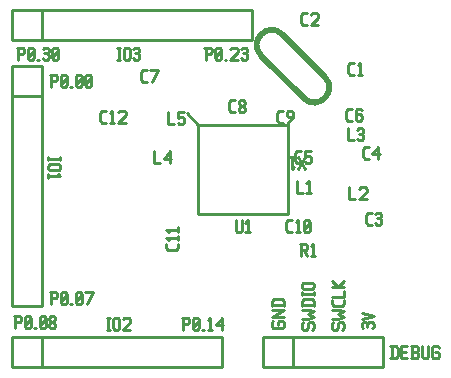
<source format=gbr>
G04 start of page 8 for group -4079 idx -4079 *
G04 Title: nRF51x22 Breakout, topsilk *
G04 Creator: pcb 1.99z *
G04 CreationDate: Mon 01 Apr 2013 08:26:13 PM GMT UTC *
G04 For: nock *
G04 Format: Gerber/RS-274X *
G04 PCB-Dimensions (mil): 1500.00 1200.00 *
G04 PCB-Coordinate-Origin: lower left *
%MOIN*%
%FSLAX25Y25*%
%LNTOPSILK*%
%ADD42C,0.0200*%
%ADD41C,0.0100*%
G54D41*X13500Y25500D02*Y21500D01*
X13000Y25500D02*X15000D01*
X15500Y25000D01*
Y24000D01*
X15000Y23500D02*X15500Y24000D01*
X13500Y23500D02*X15000D01*
X16700Y22000D02*X17200Y21500D01*
X16700Y25000D02*Y22000D01*
Y25000D02*X17200Y25500D01*
X18200D01*
X18700Y25000D01*
Y22000D01*
X18200Y21500D02*X18700Y22000D01*
X17200Y21500D02*X18200D01*
X16700Y22500D02*X18700Y24500D01*
X19900Y21500D02*X20400D01*
X21600Y22000D02*X22100Y21500D01*
X21600Y25000D02*Y22000D01*
Y25000D02*X22100Y25500D01*
X23100D01*
X23600Y25000D01*
Y22000D01*
X23100Y21500D02*X23600Y22000D01*
X22100Y21500D02*X23100D01*
X21600Y22500D02*X23600Y24500D01*
X25300Y21500D02*X27300Y25500D01*
X24800D02*X27300D01*
X1500Y17500D02*Y13500D01*
X1000Y17500D02*X3000D01*
X3500Y17000D01*
Y16000D01*
X3000Y15500D02*X3500Y16000D01*
X1500Y15500D02*X3000D01*
X4700Y14000D02*X5200Y13500D01*
X4700Y17000D02*Y14000D01*
Y17000D02*X5200Y17500D01*
X6200D01*
X6700Y17000D01*
Y14000D01*
X6200Y13500D02*X6700Y14000D01*
X5200Y13500D02*X6200D01*
X4700Y14500D02*X6700Y16500D01*
X7900Y13500D02*X8400D01*
X9600Y14000D02*X10100Y13500D01*
X9600Y17000D02*Y14000D01*
Y17000D02*X10100Y17500D01*
X11100D01*
X11600Y17000D01*
Y14000D01*
X11100Y13500D02*X11600Y14000D01*
X10100Y13500D02*X11100D01*
X9600Y14500D02*X11600Y16500D01*
X12800Y14000D02*X13300Y13500D01*
X12800Y14800D02*Y14000D01*
Y14800D02*X13500Y15500D01*
X14100D01*
X14800Y14800D01*
Y14000D01*
X14300Y13500D02*X14800Y14000D01*
X13300Y13500D02*X14300D01*
X12800Y16200D02*X13500Y15500D01*
X12800Y17000D02*Y16200D01*
Y17000D02*X13300Y17500D01*
X14300D01*
X14800Y17000D01*
Y16200D01*
X14100Y15500D02*X14800Y16200D01*
X57500Y17000D02*Y13000D01*
X57000Y17000D02*X59000D01*
X59500Y16500D01*
Y15500D01*
X59000Y15000D02*X59500Y15500D01*
X57500Y15000D02*X59000D01*
X60700Y13500D02*X61200Y13000D01*
X60700Y16500D02*Y13500D01*
Y16500D02*X61200Y17000D01*
X62200D01*
X62700Y16500D01*
Y13500D01*
X62200Y13000D02*X62700Y13500D01*
X61200Y13000D02*X62200D01*
X60700Y14000D02*X62700Y16000D01*
X63900Y13000D02*X64400D01*
X65600Y16200D02*X66400Y17000D01*
Y13000D01*
X65600D02*X67100D01*
X68300Y14500D02*X70300Y17000D01*
X68300Y14500D02*X70800D01*
X70300Y17000D02*Y13000D01*
X117500Y13500D02*X117000Y14000D01*
Y15000D02*Y14000D01*
Y15000D02*X117500Y15500D01*
X121000Y15000D02*X120500Y15500D01*
X121000Y15000D02*Y14000D01*
X120500Y13500D02*X121000Y14000D01*
X118800Y15000D02*Y14000D01*
X117500Y15500D02*X118300D01*
X119300D02*X120500D01*
X119300D02*X118800Y15000D01*
X118300Y15500D02*X118800Y15000D01*
X117000Y16700D02*X121000Y17700D01*
X117000Y18700D01*
X87000Y15500D02*X87500Y16000D01*
X87000Y15500D02*Y14000D01*
X87500Y13500D02*X87000Y14000D01*
X87500Y13500D02*X90500D01*
X91000Y14000D01*
Y15500D02*Y14000D01*
Y15500D02*X90500Y16000D01*
X89500D02*X90500D01*
X89000Y15500D02*X89500Y16000D01*
X89000Y15500D02*Y14500D01*
X87000Y17200D02*X91000D01*
X87000D02*X91000Y19700D01*
X87000D02*X91000D01*
X87000Y21400D02*X91000D01*
X87000Y22700D02*X87700Y23400D01*
X90300D01*
X91000Y22700D02*X90300Y23400D01*
X91000Y22700D02*Y20900D01*
X87000Y22700D02*Y20900D01*
X2500Y107000D02*Y103000D01*
X2000Y107000D02*X4000D01*
X4500Y106500D01*
Y105500D01*
X4000Y105000D02*X4500Y105500D01*
X2500Y105000D02*X4000D01*
X5700Y103500D02*X6200Y103000D01*
X5700Y106500D02*Y103500D01*
Y106500D02*X6200Y107000D01*
X7200D01*
X7700Y106500D01*
Y103500D01*
X7200Y103000D02*X7700Y103500D01*
X6200Y103000D02*X7200D01*
X5700Y104000D02*X7700Y106000D01*
X8900Y103000D02*X9400D01*
X10600Y106500D02*X11100Y107000D01*
X12100D01*
X12600Y106500D01*
X12100Y103000D02*X12600Y103500D01*
X11100Y103000D02*X12100D01*
X10600Y103500D02*X11100Y103000D01*
Y105200D02*X12100D01*
X12600Y106500D02*Y105700D01*
Y104700D02*Y103500D01*
Y104700D02*X12100Y105200D01*
X12600Y105700D02*X12100Y105200D01*
X13800Y103500D02*X14300Y103000D01*
X13800Y106500D02*Y103500D01*
Y106500D02*X14300Y107000D01*
X15300D01*
X15800Y106500D01*
Y103500D01*
X15300Y103000D02*X15800Y103500D01*
X14300Y103000D02*X15300D01*
X13800Y104000D02*X15800Y106000D01*
X65000Y107000D02*Y103000D01*
X64500Y107000D02*X66500D01*
X67000Y106500D01*
Y105500D01*
X66500Y105000D02*X67000Y105500D01*
X65000Y105000D02*X66500D01*
X68200Y103500D02*X68700Y103000D01*
X68200Y106500D02*Y103500D01*
Y106500D02*X68700Y107000D01*
X69700D01*
X70200Y106500D01*
Y103500D01*
X69700Y103000D02*X70200Y103500D01*
X68700Y103000D02*X69700D01*
X68200Y104000D02*X70200Y106000D01*
X71400Y103000D02*X71900D01*
X73100Y106500D02*X73600Y107000D01*
X75100D01*
X75600Y106500D01*
Y105500D01*
X73100Y103000D02*X75600Y105500D01*
X73100Y103000D02*X75600D01*
X76800Y106500D02*X77300Y107000D01*
X78300D01*
X78800Y106500D01*
X78300Y103000D02*X78800Y103500D01*
X77300Y103000D02*X78300D01*
X76800Y103500D02*X77300Y103000D01*
Y105200D02*X78300D01*
X78800Y106500D02*Y105700D01*
Y104700D02*Y103500D01*
Y104700D02*X78300Y105200D01*
X78800Y105700D02*X78300Y105200D01*
X13500Y98000D02*Y94000D01*
X13000Y98000D02*X15000D01*
X15500Y97500D01*
Y96500D01*
X15000Y96000D02*X15500Y96500D01*
X13500Y96000D02*X15000D01*
X16700Y94500D02*X17200Y94000D01*
X16700Y97500D02*Y94500D01*
Y97500D02*X17200Y98000D01*
X18200D01*
X18700Y97500D01*
Y94500D01*
X18200Y94000D02*X18700Y94500D01*
X17200Y94000D02*X18200D01*
X16700Y95000D02*X18700Y97000D01*
X19900Y94000D02*X20400D01*
X21600Y94500D02*X22100Y94000D01*
X21600Y97500D02*Y94500D01*
Y97500D02*X22100Y98000D01*
X23100D01*
X23600Y97500D01*
Y94500D01*
X23100Y94000D02*X23600Y94500D01*
X22100Y94000D02*X23100D01*
X21600Y95000D02*X23600Y97000D01*
X24800Y94500D02*X25300Y94000D01*
X24800Y97500D02*Y94500D01*
Y97500D02*X25300Y98000D01*
X26300D01*
X26800Y97500D01*
Y94500D01*
X26300Y94000D02*X26800Y94500D01*
X25300Y94000D02*X26300D01*
X24800Y95000D02*X26800Y97000D01*
X107000Y15000D02*X107500Y15500D01*
X107000Y15000D02*Y13500D01*
X107500Y13000D02*X107000Y13500D01*
X107500Y13000D02*X108500D01*
X109000Y13500D01*
Y15000D02*Y13500D01*
Y15000D02*X109500Y15500D01*
X110500D01*
X111000Y15000D02*X110500Y15500D01*
X111000Y15000D02*Y13500D01*
X110500Y13000D02*X111000Y13500D01*
X107000Y16700D02*X109000D01*
X111000Y17200D01*
X109000Y18200D01*
X111000Y19200D01*
X109000Y19700D01*
X107000D02*X109000D01*
X111000Y22900D02*Y21600D01*
X110300Y20900D02*X111000Y21600D01*
X107700Y20900D02*X110300D01*
X107700D02*X107000Y21600D01*
Y22900D02*Y21600D01*
Y24100D02*X111000D01*
Y26100D02*Y24100D01*
X107000Y27300D02*X111000D01*
X109000D02*X107000Y29300D01*
X109000Y27300D02*X111000Y29300D01*
X97000Y15000D02*X97500Y15500D01*
X97000Y15000D02*Y13500D01*
X97500Y13000D02*X97000Y13500D01*
X97500Y13000D02*X98500D01*
X99000Y13500D01*
Y15000D02*Y13500D01*
Y15000D02*X99500Y15500D01*
X100500D01*
X101000Y15000D02*X100500Y15500D01*
X101000Y15000D02*Y13500D01*
X100500Y13000D02*X101000Y13500D01*
X97000Y16700D02*X99000D01*
X101000Y17200D01*
X99000Y18200D01*
X101000Y19200D01*
X99000Y19700D01*
X97000D02*X99000D01*
X97000Y21400D02*X101000D01*
X97000Y22700D02*X97700Y23400D01*
X100300D01*
X101000Y22700D02*X100300Y23400D01*
X101000Y22700D02*Y20900D01*
X97000Y22700D02*Y20900D01*
Y25600D02*Y24600D01*
Y25100D02*X101000D01*
Y25600D02*Y24600D01*
X97500Y26800D02*X100500D01*
X97500D02*X97000Y27300D01*
Y28300D02*Y27300D01*
Y28300D02*X97500Y28800D01*
X100500D01*
X101000Y28300D02*X100500Y28800D01*
X101000Y28300D02*Y27300D01*
X100500Y26800D02*X101000Y27300D01*
X500Y109500D02*X80500D01*
Y119500D02*Y109500D01*
X500Y119500D02*X80500D01*
X500D02*Y109500D01*
X10500Y119500D02*Y109500D01*
X500Y119500D02*X10500D01*
G54D42*X97607Y90322D02*X83465Y104465D01*
X90535Y111535D02*X104678Y97393D01*
X90536Y111536D02*G75*G03X83464Y104464I-3536J-3536D01*G01*
X97607Y90322D02*G75*G03X104678Y97393I3536J3536D01*G01*
G54D41*X92461Y51539D02*X62539D01*
Y81461D01*
X92461D01*
Y51539D01*
X62539Y81461D02*X58602Y85398D01*
X500Y500D02*X70500D01*
Y10500D02*Y500D01*
X500Y10500D02*X70500D01*
X500D02*Y500D01*
X10500Y10500D02*Y500D01*
X500Y10500D02*X10500D01*
X84000Y500D02*X124000D01*
Y10500D02*Y500D01*
X84000Y10500D02*X124000D01*
X84000D02*Y500D01*
X94000Y10500D02*Y500D01*
X84000Y10500D02*X94000D01*
X500Y101000D02*Y21000D01*
X10500D01*
Y101000D01*
X500D01*
Y91000D02*X10500D01*
Y101000D01*
X73550Y85650D02*X74850D01*
X72850Y86350D02*X73550Y85650D01*
X72850Y88950D02*Y86350D01*
Y88950D02*X73550Y89650D01*
X74850D01*
X76050Y86150D02*X76550Y85650D01*
X76050Y86950D02*Y86150D01*
Y86950D02*X76750Y87650D01*
X77350D01*
X78050Y86950D01*
Y86150D01*
X77550Y85650D02*X78050Y86150D01*
X76550Y85650D02*X77550D01*
X76050Y88350D02*X76750Y87650D01*
X76050Y89150D02*Y88350D01*
Y89150D02*X76550Y89650D01*
X77550D01*
X78050Y89150D01*
Y88350D01*
X77350Y87650D02*X78050Y88350D01*
X52468Y85650D02*Y81650D01*
X54468D01*
X55668Y85650D02*X57668D01*
X55668D02*Y83650D01*
X56168Y84150D01*
X57168D01*
X57668Y83650D01*
Y82150D01*
X57168Y81650D02*X57668Y82150D01*
X56168Y81650D02*X57168D01*
X55668Y82150D02*X56168Y81650D01*
X47850Y72650D02*Y68650D01*
X49850D01*
X51050Y70150D02*X53050Y72650D01*
X51050Y70150D02*X53550D01*
X53050Y72650D02*Y68650D01*
X96291Y41650D02*X98291D01*
X98791Y41150D01*
Y40150D01*
X98291Y39650D02*X98791Y40150D01*
X96791Y39650D02*X98291D01*
X96791Y41650D02*Y37650D01*
X97591Y39650D02*X98791Y37650D01*
X99991Y40850D02*X100791Y41650D01*
Y37650D01*
X99991D02*X101491D01*
X55850Y41791D02*Y40491D01*
X55150Y39791D02*X55850Y40491D01*
X52550Y39791D02*X55150D01*
X52550D02*X51850Y40491D01*
Y41791D02*Y40491D01*
X52650Y42991D02*X51850Y43791D01*
X55850D01*
Y44491D02*Y42991D01*
X52650Y45691D02*X51850Y46491D01*
X55850D01*
Y47191D02*Y45691D01*
X32000Y17000D02*X33000D01*
X32500D02*Y13000D01*
X32000D02*X33000D01*
X34200Y16500D02*Y13500D01*
Y16500D02*X34700Y17000D01*
X35700D01*
X36200Y16500D01*
Y13500D01*
X35700Y13000D02*X36200Y13500D01*
X34700Y13000D02*X35700D01*
X34200Y13500D02*X34700Y13000D01*
X37400Y16500D02*X37900Y17000D01*
X39400D01*
X39900Y16500D01*
Y15500D01*
X37400Y13000D02*X39900Y15500D01*
X37400Y13000D02*X39900D01*
X44050Y95650D02*X45350D01*
X43350Y96350D02*X44050Y95650D01*
X43350Y98950D02*Y96350D01*
Y98950D02*X44050Y99650D01*
X45350D01*
X47050Y95650D02*X49050Y99650D01*
X46550D02*X49050D01*
X30550Y82150D02*X31850D01*
X29850Y82850D02*X30550Y82150D01*
X29850Y85450D02*Y82850D01*
Y85450D02*X30550Y86150D01*
X31850D01*
X33050Y85350D02*X33850Y86150D01*
Y82150D01*
X33050D02*X34550D01*
X35750Y85650D02*X36250Y86150D01*
X37750D01*
X38250Y85650D01*
Y84650D01*
X35750Y82150D02*X38250Y84650D01*
X35750Y82150D02*X38250D01*
X16500Y70500D02*Y69500D01*
X12500Y70000D02*X16500D01*
X12500Y70500D02*Y69500D01*
X13000Y68300D02*X16000D01*
X16500Y67800D01*
Y66800D01*
X16000Y66300D01*
X13000D02*X16000D01*
X12500Y66800D02*X13000Y66300D01*
X12500Y67800D02*Y66800D01*
X13000Y68300D02*X12500Y67800D01*
X15700Y65100D02*X16500Y64300D01*
X12500D02*X16500D01*
X12500Y65100D02*Y63600D01*
X35500Y107000D02*X36500D01*
X36000D02*Y103000D01*
X35500D02*X36500D01*
X37700Y106500D02*Y103500D01*
Y106500D02*X38200Y107000D01*
X39200D01*
X39700Y106500D01*
Y103500D01*
X39200Y103000D02*X39700Y103500D01*
X38200Y103000D02*X39200D01*
X37700Y103500D02*X38200Y103000D01*
X40900Y106500D02*X41400Y107000D01*
X42400D01*
X42900Y106500D01*
X42400Y103000D02*X42900Y103500D01*
X41400Y103000D02*X42400D01*
X40900Y103500D02*X41400Y103000D01*
Y105200D02*X42400D01*
X42900Y106500D02*Y105700D01*
Y104700D02*Y103500D01*
Y104700D02*X42400Y105200D01*
X42900Y105700D02*X42400Y105200D01*
X98184Y70644D02*X95684Y66644D01*
X98184D02*X95684Y70644D01*
X94484Y67444D02*X93684Y66644D01*
Y70644D02*Y66644D01*
X92984Y70644D02*X94484D01*
X75000Y49500D02*Y46000D01*
X75500Y45500D01*
X76500D01*
X77000Y46000D01*
Y49500D02*Y46000D01*
X78200Y48700D02*X79000Y49500D01*
Y45500D01*
X78200D02*X79700D01*
X89550Y82150D02*X90850D01*
X88850Y82850D02*X89550Y82150D01*
X88850Y85450D02*Y82850D01*
Y85450D02*X89550Y86150D01*
X90850D01*
X92550Y82150D02*X94050Y84150D01*
Y85650D02*Y84150D01*
X93550Y86150D02*X94050Y85650D01*
X92550Y86150D02*X93550D01*
X92050Y85650D02*X92550Y86150D01*
X92050Y85650D02*Y84650D01*
X92550Y84150D01*
X94050D01*
X112550Y82709D02*X113850D01*
X111850Y83409D02*X112550Y82709D01*
X111850Y86009D02*Y83409D01*
Y86009D02*X112550Y86709D01*
X113850D01*
X116550D02*X117050Y86209D01*
X115550Y86709D02*X116550D01*
X115050Y86209D02*X115550Y86709D01*
X115050Y86209D02*Y83209D01*
X115550Y82709D01*
X116550Y84909D02*X117050Y84409D01*
X115050Y84909D02*X116550D01*
X115550Y82709D02*X116550D01*
X117050Y83209D01*
Y84409D02*Y83209D01*
X112350Y80209D02*Y76209D01*
X114350D01*
X115550Y79709D02*X116050Y80209D01*
X117050D01*
X117550Y79709D01*
X117050Y76209D02*X117550Y76709D01*
X116050Y76209D02*X117050D01*
X115550Y76709D02*X116050Y76209D01*
Y78409D02*X117050D01*
X117550Y79709D02*Y78909D01*
Y77909D02*Y76709D01*
Y77909D02*X117050Y78409D01*
X117550Y78909D02*X117050Y78409D01*
X112909Y60650D02*Y56650D01*
X114909D01*
X116109Y60150D02*X116609Y60650D01*
X118109D01*
X118609Y60150D01*
Y59150D01*
X116109Y56650D02*X118609Y59150D01*
X116109Y56650D02*X118609D01*
X118991Y48150D02*X120291D01*
X118291Y48850D02*X118991Y48150D01*
X118291Y51450D02*Y48850D01*
Y51450D02*X118991Y52150D01*
X120291D01*
X121491Y51650D02*X121991Y52150D01*
X122991D01*
X123491Y51650D01*
X122991Y48150D02*X123491Y48650D01*
X121991Y48150D02*X122991D01*
X121491Y48650D02*X121991Y48150D01*
Y50350D02*X122991D01*
X123491Y51650D02*Y50850D01*
Y49850D02*Y48650D01*
Y49850D02*X122991Y50350D01*
X123491Y50850D02*X122991Y50350D01*
X95432Y68650D02*X96732D01*
X94732Y69350D02*X95432Y68650D01*
X94732Y71950D02*Y69350D01*
Y71950D02*X95432Y72650D01*
X96732D01*
X97932D02*X99932D01*
X97932D02*Y70650D01*
X98432Y71150D01*
X99432D01*
X99932Y70650D01*
Y69150D01*
X99432Y68650D02*X99932Y69150D01*
X98432Y68650D02*X99432D01*
X97932Y69150D02*X98432Y68650D01*
X92491Y45650D02*X93791D01*
X91791Y46350D02*X92491Y45650D01*
X91791Y48950D02*Y46350D01*
Y48950D02*X92491Y49650D01*
X93791D01*
X94991Y48850D02*X95791Y49650D01*
Y45650D01*
X94991D02*X96491D01*
X97691Y46150D02*X98191Y45650D01*
X97691Y49150D02*Y46150D01*
Y49150D02*X98191Y49650D01*
X99191D01*
X99691Y49150D01*
Y46150D01*
X99191Y45650D02*X99691Y46150D01*
X98191Y45650D02*X99191D01*
X97691Y46650D02*X99691Y48650D01*
X95350Y62650D02*Y58650D01*
X97350D01*
X98550Y61850D02*X99350Y62650D01*
Y58650D01*
X98550D02*X100050D01*
X118050Y70150D02*X119350D01*
X117350Y70850D02*X118050Y70150D01*
X117350Y73450D02*Y70850D01*
Y73450D02*X118050Y74150D01*
X119350D01*
X120550Y71650D02*X122550Y74150D01*
X120550Y71650D02*X123050D01*
X122550Y74150D02*Y70150D01*
X113109Y98150D02*X114409D01*
X112409Y98850D02*X113109Y98150D01*
X112409Y101450D02*Y98850D01*
Y101450D02*X113109Y102150D01*
X114409D01*
X115609Y101350D02*X116409Y102150D01*
Y98150D01*
X115609D02*X117109D01*
X97550Y114650D02*X98850D01*
X96850Y115350D02*X97550Y114650D01*
X96850Y117950D02*Y115350D01*
Y117950D02*X97550Y118650D01*
X98850D01*
X100050Y118150D02*X100550Y118650D01*
X102050D01*
X102550Y118150D01*
Y117150D01*
X100050Y114650D02*X102550Y117150D01*
X100050Y114650D02*X102550D01*
X127000Y7500D02*Y3500D01*
X128300Y7500D02*X129000Y6800D01*
Y4200D01*
X128300Y3500D02*X129000Y4200D01*
X126500Y3500D02*X128300D01*
X126500Y7500D02*X128300D01*
X130200Y5700D02*X131700D01*
X130200Y3500D02*X132200D01*
X130200Y7500D02*Y3500D01*
Y7500D02*X132200D01*
X133400Y3500D02*X135400D01*
X135900Y4000D01*
Y5200D02*Y4000D01*
X135400Y5700D02*X135900Y5200D01*
X133900Y5700D02*X135400D01*
X133900Y7500D02*Y3500D01*
X133400Y7500D02*X135400D01*
X135900Y7000D01*
Y6200D01*
X135400Y5700D02*X135900Y6200D01*
X137100Y7500D02*Y4000D01*
X137600Y3500D01*
X138600D01*
X139100Y4000D01*
Y7500D02*Y4000D01*
X142300Y7500D02*X142800Y7000D01*
X140800Y7500D02*X142300D01*
X140300Y7000D02*X140800Y7500D01*
X140300Y7000D02*Y4000D01*
X140800Y3500D01*
X142300D01*
X142800Y4000D01*
Y5000D02*Y4000D01*
X142300Y5500D02*X142800Y5000D01*
X141300Y5500D02*X142300D01*
M02*

</source>
